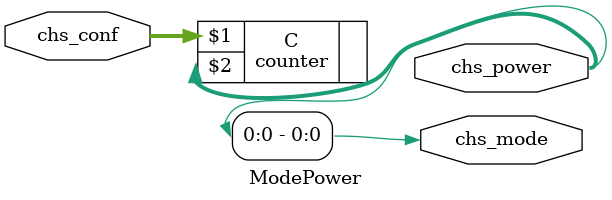
<source format=v>
/*--  *******************************************************
--  Computer Architecture Course, Laboratory Sources 
--  Amirkabir University of Technology (Tehran Polytechnic)
--  Department of Computer Engineering (CE-AUT)
--  https://ce[dot]aut[dot]ac[dot]ir
--  *******************************************************
--  All Rights reserved (C) 2019-2020
--  *******************************************************
--  Student ID  : 
--  Student Name: 
--  Student Mail: 
--  *******************************************************
--  Additional Comments:
--
--*/

/*-----------------------------------------------------------
---  Module Name: Power Mode (Conting Ones)
---  Description: Module3: 
-----------------------------------------------------------*/
`timescale 1 ns/1 ns

module ModePower (
	input  [7:0] chs_conf  , // degree [temprature] 
	output [3:0] chs_power , // power  [cooler/heater] 
	output       chs_mode    // model  [heat=1/cool=0]
);

	/* write your code here */

	
	//power
	counter C(chs_conf , chs_power);

	//mode
	assign chs_mode = chs_power[0];
	/* write your code here */

endmodule

</source>
